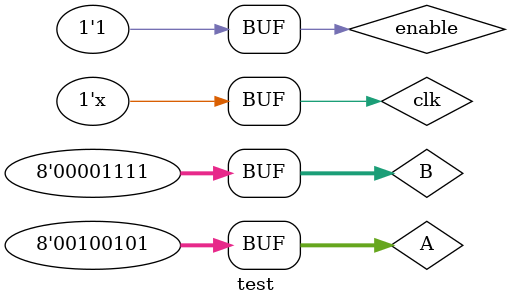
<source format=v>
`timescale 1ns / 1ps


module test;

	// Inputs
	reg clk;
	reg enable;
	reg [7:0] A;
	reg [7:0] B;

	// Outputs
	wire [15:0] out;

	// Instantiate the Unit Under Test (UUT)
	MULT uut (
		.clk(clk), 
		.enable(enable), 
		.A(A), 
		.B(B), 
		.out(out)
	);

	initial begin
		// Initialize Inputs
		clk = 0;
		enable = 0;
		A = 0;
		B = 0;

		// Wait 100 ns for global reset to finish
		#100;
        
		// Add stimulus here
		enable = 1;
		A = 8'b00100101;
		B = 8'b00001111;
	end
     
	always
	begin
	#50
	clk = ~clk;
	end
endmodule


</source>
